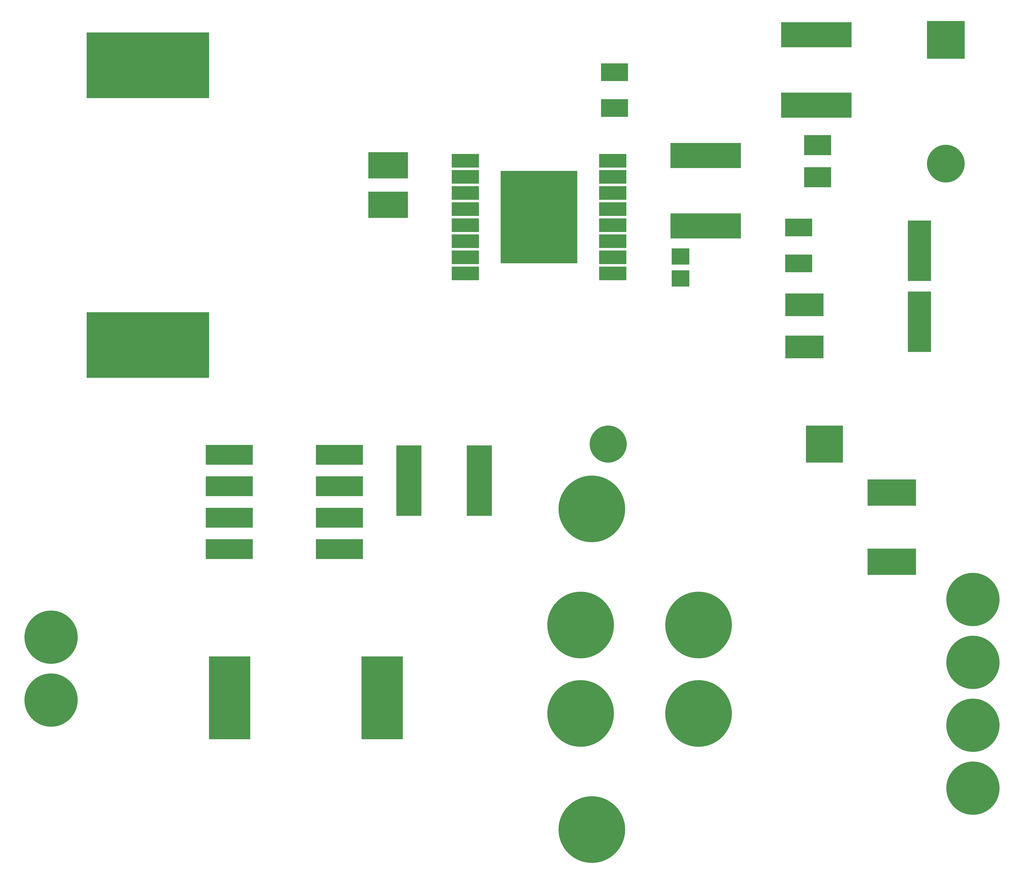
<source format=gbr>
%FSLAX23Y23*%
%MOIN*%
G04 EasyPC Gerber Version 17.0 Build 3379 *
%ADD22R,0.64987X1.68615*%
%ADD71R,0.70256X1.96717*%
%ADD20R,1.15646X2.31817*%
%ADD27R,2.13838X2.58094*%
%ADD24R,1.03628X1.03628*%
%ADD19R,1.05384X1.05384*%
%ADD25C,1.03628*%
%ADD70C,1.05384*%
%ADD28C,1.48838*%
%ADD26R,0.76231X0.38198*%
%ADD15R,0.49179X0.45667*%
%ADD13R,0.75525X0.49179*%
%ADD23R,1.31550X0.55486*%
%ADD14R,0.75525X0.56205*%
%ADD12R,1.07141X0.63230*%
%ADD18R,1.96717X0.70256*%
%ADD16R,1.10653X0.73769*%
%ADD17R,1.35243X0.73769*%
%ADD11C,1.86178*%
%ADD10C,1.86178*%
%ADD21R,3.42457X1.83413*%
X0Y0D02*
D02*
D10*
X25016Y10329D03*
X21723D03*
X25016Y12799D03*
X21723D03*
D02*
D11*
X22035Y7085D03*
Y16042D03*
D02*
D12*
X27971Y20565D03*
Y21742D03*
D02*
D13*
X27813Y22901D03*
Y23902D03*
X22667Y27240D03*
Y28241D03*
D02*
D14*
X28340Y25307D03*
Y26203D03*
D02*
D15*
X24511Y22480D03*
Y23094D03*
D02*
D16*
X16344Y24535D03*
Y25641D03*
D02*
D17*
X30413Y14567D03*
Y16499D03*
D02*
D18*
X25214Y23946D03*
Y25913D03*
X28305Y27319D03*
Y29286D03*
D02*
D19*
X31923Y29143D03*
D02*
D70*
Y25685D03*
D02*
D71*
X18891Y16833D03*
X16924D03*
D02*
D20*
X16177Y10765D03*
X11918D03*
D02*
D21*
X9635Y20619D03*
Y28433D03*
D02*
D22*
X31186Y21268D03*
Y23253D03*
D02*
D23*
X14985Y14918D03*
X11907D03*
X14985Y15797D03*
X11907D03*
X14985Y16675D03*
X11907D03*
X14985Y17553D03*
X11907D03*
D02*
D24*
X28533Y17852D03*
D02*
D25*
X22491D03*
D02*
D26*
X22617Y22619D03*
X18502D03*
X22617Y23068D03*
X18502D03*
X22617Y23518D03*
X18502D03*
X22617Y23967D03*
X18502D03*
X22617Y24417D03*
X18502D03*
X22617Y24866D03*
X18502D03*
X22617Y25316D03*
X18502D03*
X22617Y25765D03*
X18502D03*
D02*
D27*
X20559Y24192D03*
D02*
D28*
X32679Y8244D03*
Y10000D03*
X6930Y10703D03*
X32679Y11757D03*
X6930Y12459D03*
X32679Y13513D03*
X0Y0D02*
M02*

</source>
